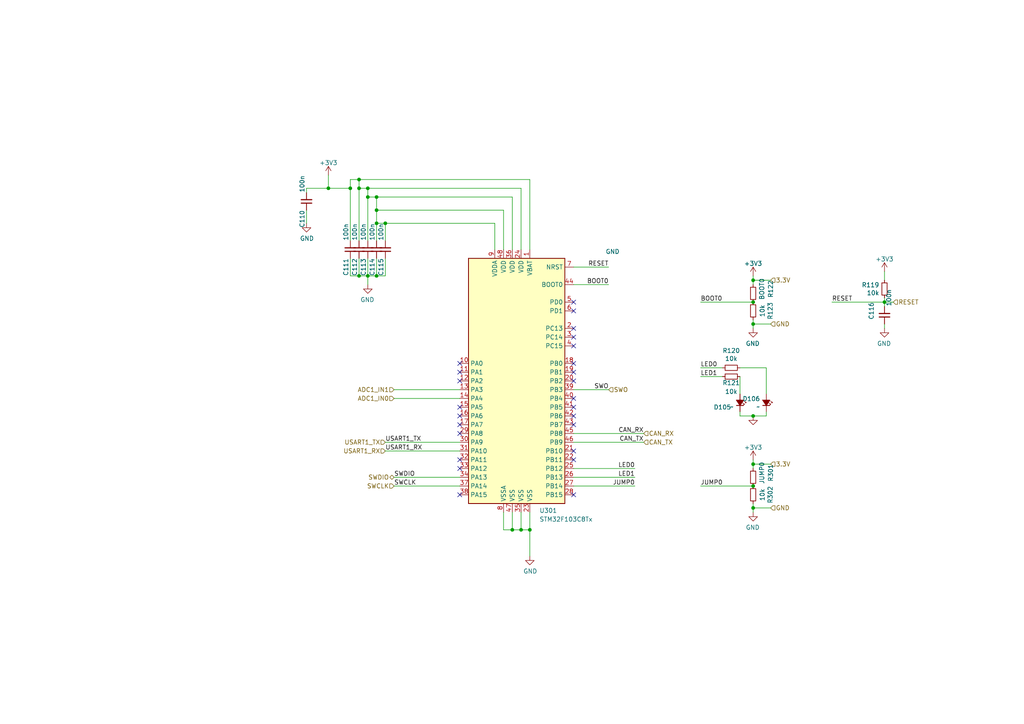
<source format=kicad_sch>
(kicad_sch (version 20231120) (generator "eeschema") (generator_version "8.0")
  (paper "A4")
  (lib_symbols
    (symbol "Controle-rescue:LED_Small_ALT-Device" (pin_numbers hide) (pin_names (offset 0.254) hide)
      (property "Reference" "D" (at -1.27 3.175 0))
      (property "Value" "LED_Small_ALT-Device" (at -4.445 -2.54 0))
      (symbol "LED_Small_ALT-Device_0_1"
        (polyline (pts (xy -0.762 -1.016) (xy -0.762 1.016)) (stroke (width 0.254)))
        (polyline (pts (xy 1.016 0) (xy -0.762 0)))
        (polyline (pts (xy 0.762 -1.016) (xy -0.762 0) (xy 0.762 1.016) (xy 0.762 -1.016)) (stroke (width 0.254)) (fill (type outline)))
        (polyline (pts (xy 0 0.762) (xy -0.508 1.27) (xy -0.254 1.27) (xy -0.508 1.27) (xy -0.508 1.016)))
        (polyline (pts (xy 0.508 1.27) (xy 0 1.778) (xy 0.254 1.778) (xy 0 1.778) (xy 0 1.524)))
      )
      (symbol "LED_Small_ALT-Device_1_1"
        (pin passive line (at -2.54 0 0) (length 1.778) (name "K") (number "1"))
        (pin passive line (at 2.54 0 180) (length 1.778) (name "A") (number "2"))
      )
    )
    (symbol "Device:C_Small" (pin_numbers hide) (pin_names (offset 0.254) hide)
      (property "Reference" "C" (at 0.254 1.778 0))
      (property "Value" "C_Small" (at 0.254 -2.032 0))
      (symbol "C_Small_0_1"
        (polyline (pts (xy -1.524 -0.508) (xy 1.524 -0.508)) (stroke (width 0.3302)))
        (polyline (pts (xy -1.524 0.508) (xy 1.524 0.508)) (stroke (width 0.3048)))
      )
      (symbol "C_Small_1_1"
        (pin passive line (at 0 2.54 270) (length 2.032) (name "~") (number "1"))
        (pin passive line (at 0 -2.54 90) (length 2.032) (name "~") (number "2"))
      )
    )
    (symbol "Device:R_Small" (pin_numbers hide) (pin_names (offset 0.254) hide)
      (property "Reference" "R" (at 0.762 0.508 0))
      (property "Value" "R_Small" (at 0.762 -1.016 0))
      (symbol "R_Small_0_1"
        (rectangle (start -0.762 1.778) (end 0.762 -1.778) (stroke (width 0.2032)))
      )
      (symbol "R_Small_1_1"
        (pin passive line (at 0 2.54 270) (length 0.762) (name "~") (number "1"))
        (pin passive line (at 0 -2.54 90) (length 0.762) (name "~") (number "2"))
      )
    )
    (symbol "MCU_ST_STM32F1:STM32F103C8Tx"
      (property "Reference" "U" (at -15.24 36.83 0))
      (property "Value" "STM32F103C8Tx" (at 7.62 36.83 0))
      (symbol "STM32F103C8Tx_0_1"
        (rectangle (start -15.24 -35.56) (end 12.7 35.56) (stroke (width 0.254)) (fill (type background)))
      )
      (symbol "STM32F103C8Tx_1_1"
        (pin power_in line (at -5.08 38.1 270) (length 2.54) (name "VBAT") (number "1"))
        (pin bidirectional line (at 15.24 5.08 180) (length 2.54) (name "PA0") (number "10"))
        (pin bidirectional line (at 15.24 2.54 180) (length 2.54) (name "PA1") (number "11"))
        (pin bidirectional line (at 15.24 0 180) (length 2.54) (name "PA2") (number "12"))
        (pin bidirectional line (at 15.24 -2.54 180) (length 2.54) (name "PA3") (number "13"))
        (pin bidirectional line (at 15.24 -5.08 180) (length 2.54) (name "PA4") (number "14"))
        (pin bidirectional line (at 15.24 -7.62 180) (length 2.54) (name "PA5") (number "15"))
        (pin bidirectional line (at 15.24 -10.16 180) (length 2.54) (name "PA6") (number "16"))
        (pin bidirectional line (at 15.24 -12.7 180) (length 2.54) (name "PA7") (number "17"))
        (pin bidirectional line (at -17.78 5.08 0) (length 2.54) (name "PB0") (number "18"))
        (pin bidirectional line (at -17.78 2.54 0) (length 2.54) (name "PB1") (number "19"))
        (pin bidirectional line (at -17.78 15.24 0) (length 2.54) (name "PC13") (number "2"))
        (pin bidirectional line (at -17.78 0 0) (length 2.54) (name "PB2") (number "20"))
        (pin bidirectional line (at -17.78 -20.32 0) (length 2.54) (name "PB10") (number "21"))
        (pin bidirectional line (at -17.78 -22.86 0) (length 2.54) (name "PB11") (number "22"))
        (pin power_in line (at -5.08 -38.1 90) (length 2.54) (name "VSS") (number "23"))
        (pin power_in line (at -2.54 38.1 270) (length 2.54) (name "VDD") (number "24"))
        (pin bidirectional line (at -17.78 -25.4 0) (length 2.54) (name "PB12") (number "25"))
        (pin bidirectional line (at -17.78 -27.94 0) (length 2.54) (name "PB13") (number "26"))
        (pin bidirectional line (at -17.78 -30.48 0) (length 2.54) (name "PB14") (number "27"))
        (pin bidirectional line (at -17.78 -33.02 0) (length 2.54) (name "PB15") (number "28"))
        (pin bidirectional line (at 15.24 -15.24 180) (length 2.54) (name "PA8") (number "29"))
        (pin bidirectional line (at -17.78 12.7 0) (length 2.54) (name "PC14") (number "3"))
        (pin bidirectional line (at 15.24 -17.78 180) (length 2.54) (name "PA9") (number "30"))
        (pin bidirectional line (at 15.24 -20.32 180) (length 2.54) (name "PA10") (number "31"))
        (pin bidirectional line (at 15.24 -22.86 180) (length 2.54) (name "PA11") (number "32"))
        (pin bidirectional line (at 15.24 -25.4 180) (length 2.54) (name "PA12") (number "33"))
        (pin bidirectional line (at 15.24 -27.94 180) (length 2.54) (name "PA13") (number "34"))
        (pin power_in line (at -2.54 -38.1 90) (length 2.54) (name "VSS") (number "35"))
        (pin power_in line (at 0 38.1 270) (length 2.54) (name "VDD") (number "36"))
        (pin bidirectional line (at 15.24 -30.48 180) (length 2.54) (name "PA14") (number "37"))
        (pin bidirectional line (at 15.24 -33.02 180) (length 2.54) (name "PA15") (number "38"))
        (pin bidirectional line (at -17.78 -2.54 0) (length 2.54) (name "PB3") (number "39"))
        (pin bidirectional line (at -17.78 10.16 0) (length 2.54) (name "PC15") (number "4"))
        (pin bidirectional line (at -17.78 -5.08 0) (length 2.54) (name "PB4") (number "40"))
        (pin bidirectional line (at -17.78 -7.62 0) (length 2.54) (name "PB5") (number "41"))
        (pin bidirectional line (at -17.78 -10.16 0) (length 2.54) (name "PB6") (number "42"))
        (pin bidirectional line (at -17.78 -12.7 0) (length 2.54) (name "PB7") (number "43"))
        (pin input line (at -17.78 27.94 0) (length 2.54) (name "BOOT0") (number "44"))
        (pin bidirectional line (at -17.78 -15.24 0) (length 2.54) (name "PB8") (number "45"))
        (pin bidirectional line (at -17.78 -17.78 0) (length 2.54) (name "PB9") (number "46"))
        (pin power_in line (at 0 -38.1 90) (length 2.54) (name "VSS") (number "47"))
        (pin power_in line (at 2.54 38.1 270) (length 2.54) (name "VDD") (number "48"))
        (pin input line (at -17.78 22.86 0) (length 2.54) (name "PD0") (number "5"))
        (pin input line (at -17.78 20.32 0) (length 2.54) (name "PD1") (number "6"))
        (pin input line (at -17.78 33.02 0) (length 2.54) (name "NRST") (number "7"))
        (pin power_in line (at 2.54 -38.1 90) (length 2.54) (name "VSSA") (number "8"))
        (pin power_in line (at 5.08 38.1 270) (length 2.54) (name "VDDA") (number "9"))
      )
    )
    (symbol "power:+3.3V" (power) (pin_names (offset 0))
      (property "Value" "+3.3V" (at 0 3.556 0))
      (symbol "+3.3V_0_1"
        (polyline (pts (xy -0.762 1.27) (xy 0 2.54)))
        (polyline (pts (xy 0 0) (xy 0 2.54)))
        (polyline (pts (xy 0 2.54) (xy 0.762 1.27)))
      )
      (symbol "+3.3V_1_1"
        (pin power_in line (at 0 0 90) (length 0) hide (name "+3V3") (number "1"))
      )
    )
    (symbol "power:GND" (power) (pin_names (offset 0))
      (property "Value" "GND" (at 0 -3.81 0))
      (symbol "GND_0_1"
        (polyline (pts (xy 0 0) (xy 0 -1.27) (xy 1.27 -1.27) (xy 0 -2.54) (xy -1.27 -1.27) (xy 0 -1.27)))
      )
      (symbol "GND_1_1"
        (pin power_in line (at 0 0 270) (length 0) hide (name "GND") (number "1"))
      )
    )
  )
  (junction (at 104.14 54.61))
  (junction (at 101.6 54.61))
  (junction (at 104.14 52.07))
  (junction (at 256.54 87.63))
  (junction (at 151.13 153.67))
  (junction (at 104.14 80.01))
  (junction (at 218.44 147.32))
  (junction (at 153.67 153.67))
  (junction (at 109.22 57.15))
  (junction (at 218.44 120.65))
  (junction (at 148.59 153.67))
  (junction (at 109.22 80.01))
  (junction (at 218.44 134.62))
  (junction (at 106.68 54.61))
  (junction (at 106.68 80.01))
  (junction (at 109.22 60.96))
  (junction (at 111.76 64.77))
  (junction (at 95.25 54.61))
  (junction (at 218.44 93.98))
  (junction (at 109.22 64.77))
  (junction (at 218.44 81.28))
  (junction (at 106.68 57.15))
  (junction (at 218.44 140.97))
  (junction (at 218.44 87.63))
  (no_connect (at 166.37 143.51))
  (no_connect (at 166.37 107.95))
  (no_connect (at 133.35 105.41))
  (no_connect (at 166.37 97.79))
  (no_connect (at 166.37 123.19))
  (no_connect (at 133.35 123.19))
  (no_connect (at 166.37 90.17))
  (no_connect (at 166.37 130.81))
  (no_connect (at 166.37 100.33))
  (no_connect (at 133.35 118.11))
  (no_connect (at 133.35 133.35))
  (no_connect (at 133.35 107.95))
  (no_connect (at 133.35 110.49))
  (no_connect (at 166.37 87.63))
  (no_connect (at 166.37 118.11))
  (no_connect (at 133.35 143.51))
  (no_connect (at 133.35 125.73))
  (no_connect (at 166.37 133.35))
  (no_connect (at 133.35 135.89))
  (no_connect (at 133.35 120.65))
  (no_connect (at 166.37 115.57))
  (no_connect (at 166.37 95.25))
  (no_connect (at 166.37 120.65))
  (no_connect (at 166.37 110.49))
  (no_connect (at 166.37 105.41))
  (wire (pts (xy 203.2 140.97) (xy 218.44 140.97)))
  (wire (pts (xy 104.14 80.01) (xy 106.68 80.01)))
  (wire (pts (xy 218.44 134.62) (xy 218.44 135.89)))
  (wire (pts (xy 104.14 74.93) (xy 104.14 80.01)))
  (wire (pts (xy 214.63 109.22) (xy 214.63 114.3)))
  (wire (pts (xy 111.76 64.77) (xy 143.51 64.77)))
  (wire (pts (xy 222.25 120.65) (xy 218.44 120.65)))
  (wire (pts (xy 109.22 64.77) (xy 111.76 64.77)))
  (wire (pts (xy 256.54 86.36) (xy 256.54 87.63)))
  (wire (pts (xy 166.37 138.43) (xy 184.15 138.43)))
  (wire (pts (xy 106.68 74.93) (xy 106.68 80.01)))
  (wire (pts (xy 218.44 80.01) (xy 218.44 81.28)))
  (wire (pts (xy 109.22 57.15) (xy 109.22 60.96)))
  (wire (pts (xy 176.53 113.03) (xy 166.37 113.03)))
  (wire (pts (xy 101.6 80.01) (xy 104.14 80.01)))
  (wire (pts (xy 256.54 87.63) (xy 256.54 88.9)))
  (wire (pts (xy 256.54 87.63) (xy 241.3 87.63)))
  (wire (pts (xy 222.25 114.3) (xy 222.25 106.68)))
  (wire (pts (xy 109.22 57.15) (xy 148.59 57.15)))
  (wire (pts (xy 106.68 57.15) (xy 106.68 69.85)))
  (wire (pts (xy 109.22 60.96) (xy 146.05 60.96)))
  (wire (pts (xy 146.05 60.96) (xy 146.05 72.39)))
  (wire (pts (xy 153.67 153.67) (xy 153.67 161.29)))
  (wire (pts (xy 153.67 148.59) (xy 153.67 153.67)))
  (wire (pts (xy 166.37 77.47) (xy 176.53 77.47)))
  (wire (pts (xy 95.25 54.61) (xy 101.6 54.61)))
  (wire (pts (xy 218.44 81.28) (xy 223.52 81.28)))
  (wire (pts (xy 104.14 54.61) (xy 106.68 54.61)))
  (wire (pts (xy 153.67 52.07) (xy 153.67 72.39)))
  (wire (pts (xy 101.6 74.93) (xy 101.6 80.01)))
  (wire (pts (xy 106.68 54.61) (xy 151.13 54.61)))
  (wire (pts (xy 146.05 153.67) (xy 148.59 153.67)))
  (wire (pts (xy 218.44 147.32) (xy 218.44 148.59)))
  (wire (pts (xy 106.68 82.55) (xy 106.68 80.01)))
  (wire (pts (xy 148.59 148.59) (xy 148.59 153.67)))
  (wire (pts (xy 101.6 54.61) (xy 101.6 69.85)))
  (wire (pts (xy 218.44 93.98) (xy 218.44 95.25)))
  (wire (pts (xy 203.2 109.22) (xy 209.55 109.22)))
  (wire (pts (xy 218.44 93.98) (xy 223.52 93.98)))
  (wire (pts (xy 214.63 120.65) (xy 214.63 119.38)))
  (wire (pts (xy 256.54 93.98) (xy 256.54 95.25)))
  (wire (pts (xy 109.22 60.96) (xy 109.22 64.77)))
  (wire (pts (xy 218.44 133.35) (xy 218.44 134.62)))
  (wire (pts (xy 109.22 74.93) (xy 109.22 80.01)))
  (wire (pts (xy 111.76 80.01) (xy 111.76 74.93)))
  (wire (pts (xy 106.68 57.15) (xy 109.22 57.15)))
  (wire (pts (xy 114.3 140.97) (xy 133.35 140.97)))
  (wire (pts (xy 146.05 148.59) (xy 146.05 153.67)))
  (wire (pts (xy 148.59 57.15) (xy 148.59 72.39)))
  (wire (pts (xy 101.6 52.07) (xy 104.14 52.07)))
  (wire (pts (xy 203.2 106.68) (xy 209.55 106.68)))
  (wire (pts (xy 148.59 153.67) (xy 151.13 153.67)))
  (wire (pts (xy 176.53 82.55) (xy 166.37 82.55)))
  (wire (pts (xy 101.6 54.61) (xy 101.6 52.07)))
  (wire (pts (xy 153.67 52.07) (xy 104.14 52.07)))
  (wire (pts (xy 259.08 87.63) (xy 256.54 87.63)))
  (wire (pts (xy 88.9 54.61) (xy 95.25 54.61)))
  (wire (pts (xy 114.3 138.43) (xy 133.35 138.43)))
  (wire (pts (xy 104.14 54.61) (xy 104.14 69.85)))
  (wire (pts (xy 256.54 78.74) (xy 256.54 81.28)))
  (wire (pts (xy 106.68 80.01) (xy 109.22 80.01)))
  (wire (pts (xy 218.44 92.71) (xy 218.44 93.98)))
  (wire (pts (xy 143.51 64.77) (xy 143.51 72.39)))
  (wire (pts (xy 104.14 52.07) (xy 104.14 54.61)))
  (wire (pts (xy 186.69 125.73) (xy 166.37 125.73)))
  (wire (pts (xy 203.2 87.63) (xy 218.44 87.63)))
  (wire (pts (xy 109.22 64.77) (xy 109.22 69.85)))
  (wire (pts (xy 109.22 80.01) (xy 111.76 80.01)))
  (wire (pts (xy 222.25 119.38) (xy 222.25 120.65)))
  (wire (pts (xy 151.13 54.61) (xy 151.13 72.39)))
  (wire (pts (xy 88.9 55.88) (xy 88.9 54.61)))
  (wire (pts (xy 88.9 64.77) (xy 88.9 60.96)))
  (wire (pts (xy 186.69 128.27) (xy 166.37 128.27)))
  (wire (pts (xy 111.76 69.85) (xy 111.76 64.77)))
  (wire (pts (xy 106.68 57.15) (xy 106.68 54.61)))
  (wire (pts (xy 111.76 130.81) (xy 133.35 130.81)))
  (wire (pts (xy 218.44 134.62) (xy 223.52 134.62)))
  (wire (pts (xy 114.3 113.03) (xy 133.35 113.03)))
  (wire (pts (xy 111.76 128.27) (xy 133.35 128.27)))
  (wire (pts (xy 218.44 147.32) (xy 223.52 147.32)))
  (wire (pts (xy 151.13 148.59) (xy 151.13 153.67)))
  (wire (pts (xy 95.25 50.8) (xy 95.25 54.61)))
  (wire (pts (xy 222.25 106.68) (xy 214.63 106.68)))
  (wire (pts (xy 218.44 81.28) (xy 218.44 82.55)))
  (wire (pts (xy 218.44 120.65) (xy 214.63 120.65)))
  (wire (pts (xy 166.37 140.97) (xy 184.15 140.97)))
  (wire (pts (xy 151.13 153.67) (xy 153.67 153.67)))
  (wire (pts (xy 114.3 115.57) (xy 133.35 115.57)))
  (wire (pts (xy 166.37 135.89) (xy 184.15 135.89)))
  (wire (pts (xy 218.44 146.05) (xy 218.44 147.32)))
  (label "CAN_RX" (at 186.69 125.73 180))
  (label "USART1_RX" (at 111.76 130.81 0))
  (label "USART1_TX" (at 111.76 128.27 0))
  (label "SWDIO" (at 114.3 138.43 0))
  (label "SWO" (at 176.53 113.03 180))
  (label "LED0" (at 184.15 135.89 180))
  (label "JUMP0" (at 184.15 140.97 180))
  (label "LED1" (at 184.15 138.43 180))
  (label "BOOT0" (at 203.2 87.63 0))
  (label "RESET" (at 176.53 77.47 180))
  (label "LED0" (at 203.2 106.68 0))
  (label "CAN_TX" (at 186.69 128.27 180))
  (label "LED1" (at 203.2 109.22 0))
  (label "JUMP0" (at 203.2 140.97 0))
  (label "RESET" (at 241.3 87.63 0))
  (label "BOOT0" (at 176.53 82.55 180))
  (label "SWCLK" (at 114.3 140.97 0))
  (hierarchical_label "SWO" (shape input) (at 176.53 113.03 0))
  (hierarchical_label "GND" (shape input) (at 223.52 147.32 0))
  (hierarchical_label "SWDIO" (shape bidirectional) (at 114.3 138.43 180))
  (hierarchical_label "3.3V" (shape input) (at 223.52 81.28 0))
  (hierarchical_label "USART1_RX" (shape input) (at 111.76 130.81 180))
  (hierarchical_label "3.3V" (shape input) (at 223.52 134.62 0))
  (hierarchical_label "USART1_TX" (shape input) (at 111.76 128.27 180))
  (hierarchical_label "GND" (shape input) (at 223.52 93.98 0))
  (hierarchical_label "SWCLK" (shape input) (at 114.3 140.97 180))
  (hierarchical_label "RESET" (shape input) (at 259.08 87.63 0))
  (hierarchical_label "ADC1_IN0" (shape input) (at 114.3 115.57 180))
  (hierarchical_label "CAN_TX" (shape input) (at 186.69 128.27 0))
  (hierarchical_label "ADC1_IN1" (shape input) (at 114.3 113.03 180))
  (hierarchical_label "CAN_RX" (shape input) (at 186.69 125.73 0))
  (symbol (lib_id "power:GND") (at 88.9 64.77 0) (unit 1)
    (property "Reference" "#PWR0126" (effects (hide yes)))
    (property "Value" "GND" (at 89.027 69.1642 0))
  )
  (symbol (lib_id "Device:C_Small") (at 111.76 72.39 0) (mirror x) (unit 1)
    (property "Reference" "C115" (at 110.49 77.47 90))
    (property "Value" "100n" (at 110.49 67.31 90))
    (property "Footprint" "Capacitor_SMD:C_0603_1608Metric_Pad1.08x0.95mm_HandSolder" (effects (hide yes)))
  )
  (symbol (lib_id "power:GND") (at 106.68 82.55 0) (mirror y) (unit 1)
    (property "Reference" "#PWR0128" (effects (hide yes)))
    (property "Value" "GND" (at 106.553 86.9442 0))
  )
  (symbol (lib_id "Controle-rescue:LED_Small_ALT-Device") (at 214.63 116.84 270) (mirror x) (unit 1)
    (property "Reference" "D105" (at 212.09 118.11 90) (effects (justify right)))
    (property "Value" "~" (at 212.852 117.983 90) (effects (justify right)))
    (property "Footprint" "LED_SMD:LED_0805_2012Metric_Pad1.15x1.40mm_HandSolder" (effects (hide yes)))
  )
  (symbol (lib_id "Device:R_Small") (at 212.09 109.22 90) (mirror x) (unit 1)
    (property "Reference" "R121" (at 212.09 111.76 90) (effects (justify bottom)))
    (property "Value" "10k" (at 212.09 114.3 90) (effects (justify bottom)))
    (property "Footprint" "Resistor_SMD:R_0603_1608Metric_Pad0.98x0.95mm_HandSolder" (effects (hide yes)))
  )
  (symbol (lib_id "Device:R_Small") (at 212.09 106.68 90) (mirror x) (unit 1)
    (property "Reference" "R120" (at 212.09 101.7016 90))
    (property "Value" "10k" (at 212.09 104.013 90))
    (property "Footprint" "Resistor_SMD:R_0603_1608Metric_Pad0.98x0.95mm_HandSolder" (effects (hide yes)))
  )
  (symbol (lib_id "Controle-rescue:LED_Small_ALT-Device") (at 222.25 116.84 270) (mirror x) (unit 1)
    (property "Reference" "D106" (at 220.472 115.6716 90) (effects (justify right)))
    (property "Value" "~" (at 220.472 117.983 90) (effects (justify right)))
    (property "Footprint" "LED_SMD:LED_0805_2012Metric_Pad1.15x1.40mm_HandSolder" (effects (hide yes)))
  )
  (symbol (lib_id "power:GND") (at 218.44 120.65 0) (mirror y) (unit 1)
    (property "Reference" "#PWR0132" (effects (hide yes)))
    (property "Value" "GND" (at 177.673 72.9742 0))
  )
  (symbol (lib_id "power:GND") (at 218.44 95.25 0) (mirror y) (unit 1)
    (property "Reference" "#PWR0134" (effects (hide yes)))
    (property "Value" "GND" (at 218.313 99.6442 0))
  )
  (symbol (lib_id "Device:R_Small") (at 256.54 83.82 0) (mirror x) (unit 1)
    (property "Reference" "R119" (at 255.0414 82.6516 0) (effects (justify right)))
    (property "Value" "10k" (at 255.0414 84.963 0) (effects (justify right)))
    (property "Footprint" "Resistor_SMD:R_0603_1608Metric_Pad0.98x0.95mm_HandSolder" (effects (hide yes)))
  )
  (symbol (lib_id "power:GND") (at 256.54 95.25 0) (mirror y) (unit 1)
    (property "Reference" "#PWR0130" (effects (hide yes)))
    (property "Value" "GND" (at 256.413 99.6442 0))
  )
  (symbol (lib_id "power:GND") (at 153.67 161.29 0) (unit 1)
    (property "Reference" "#PWR0131" (effects (hide yes)))
    (property "Value" "GND" (at 153.797 165.6842 0))
  )
  (symbol (lib_id "Device:R_Small") (at 218.44 90.17 0) (mirror y) (unit 1)
    (property "Reference" "R123" (at 223.4184 90.17 90))
    (property "Value" "10k" (at 221.107 90.17 90))
    (property "Footprint" "Resistor_SMD:R_0603_1608Metric_Pad0.98x0.95mm_HandSolder" (effects (hide yes)))
  )
  (symbol (lib_id "Device:R_Small") (at 218.44 85.09 0) (mirror y) (unit 1)
    (property "Reference" "R122" (at 223.52 83.82 90))
    (property "Value" "BOOT0" (at 220.98 83.82 90))
    (property "Footprint" "Jumper:SolderJumper-2_P1.3mm_Open_RoundedPad1.0x1.5mm" (effects (hide yes)))
  )
  (symbol (lib_id "Device:C_Small") (at 101.6 72.39 0) (mirror x) (unit 1)
    (property "Reference" "C111" (at 100.33 77.47 90))
    (property "Value" "100n" (at 100.33 67.31 90))
    (property "Footprint" "Capacitor_SMD:C_0603_1608Metric_Pad1.08x0.95mm_HandSolder" (effects (hide yes)))
  )
  (symbol (lib_id "Device:C_Small") (at 109.22 72.39 0) (mirror x) (unit 1)
    (property "Reference" "C114" (at 107.95 77.47 90))
    (property "Value" "100n" (at 107.95 67.31 90))
    (property "Footprint" "Capacitor_SMD:C_0603_1608Metric_Pad1.08x0.95mm_HandSolder" (effects (hide yes)))
  )
  (symbol (lib_id "power:+3.3V") (at 218.44 80.01 0) (unit 1)
    (property "Reference" "#PWR0133" (effects (hide yes)))
    (property "Value" "+3V3" (at 218.44 76.4342 0))
  )
  (symbol (lib_id "Device:C_Small") (at 106.68 72.39 0) (mirror x) (unit 1)
    (property "Reference" "C113" (at 105.41 77.47 90))
    (property "Value" "100n" (at 105.41 67.31 90))
    (property "Footprint" "Capacitor_SMD:C_0603_1608Metric_Pad1.08x0.95mm_HandSolder" (effects (hide yes)))
  )
  (symbol (lib_id "Device:C_Small") (at 104.14 72.39 0) (mirror x) (unit 1)
    (property "Reference" "C112" (at 102.87 77.47 90))
    (property "Value" "100n" (at 102.87 67.31 90))
    (property "Footprint" "Capacitor_SMD:C_0603_1608Metric_Pad1.08x0.95mm_HandSolder" (effects (hide yes)))
  )
  (symbol (lib_id "power:GND") (at 218.44 148.59 0) (mirror y) (unit 1)
    (property "Reference" "#PWR0302" (effects (hide yes)))
    (property "Value" "GND" (at 218.313 152.9842 0))
  )
  (symbol (lib_id "Device:C_Small") (at 256.54 91.44 180) (unit 1)
    (property "Reference" "C116" (at 252.73 90.17 90))
    (property "Value" "100n" (at 257.81 86.36 90))
    (property "Footprint" "Capacitor_SMD:C_0603_1608Metric_Pad1.08x0.95mm_HandSolder" (effects (hide yes)))
  )
  (symbol (lib_id "Device:C_Small") (at 88.9 58.42 0) (mirror x) (unit 1)
    (property "Reference" "C110" (at 87.63 63.5 90))
    (property "Value" "100n" (at 87.63 53.34 90))
    (property "Footprint" "Capacitor_SMD:C_0603_1608Metric_Pad1.08x0.95mm_HandSolder" (effects (hide yes)))
  )
  (symbol (lib_id "power:+3.3V") (at 95.25 50.8 0) (unit 1)
    (property "Reference" "#PWR0127" (effects (hide yes)))
    (property "Value" "+3V3" (at 95.25 47.2242 0))
  )
  (symbol (lib_id "power:+3.3V") (at 256.54 78.74 0) (unit 1)
    (property "Reference" "#PWR0303" (effects (hide yes)))
    (property "Value" "+3V3" (at 256.54 75.1642 0))
  )
  (symbol (lib_id "MCU_ST_STM32F1:STM32F103C8Tx") (at 148.59 110.49 0) (mirror y) (unit 1)
    (property "Reference" "U301" (at 156.4387 148.0804 0) (effects (justify right)))
    (property "Value" "STM32F103C8Tx" (at 156.4387 150.6173 0) (effects (justify right)))
    (property "Footprint" "Package_QFP:LQFP-48_7x7mm_P0.5mm" (effects (hide yes)))
    (property "Datasheet" "http://www.st.com/st-web-ui/static/active/en/resource/technical/document/datasheet/CD00161566.pdf" (effects (hide yes)))
  )
  (symbol (lib_id "power:+3.3V") (at 218.44 133.35 0) (unit 1)
    (property "Reference" "#PWR0301" (effects (hide yes)))
    (property "Value" "+3V3" (at 218.44 129.7742 0))
  )
  (symbol (lib_id "Device:R_Small") (at 218.44 143.51 0) (mirror y) (unit 1)
    (property "Reference" "R302" (at 223.4184 143.51 90))
    (property "Value" "10k" (at 221.107 143.51 90))
    (property "Footprint" "Resistor_SMD:R_0603_1608Metric_Pad0.98x0.95mm_HandSolder" (effects (hide yes)))
  )
  (symbol (lib_id "Device:R_Small") (at 218.44 138.43 0) (mirror y) (unit 1)
    (property "Reference" "R301" (at 223.52 137.16 90))
    (property "Value" "JUMP0" (at 220.98 137.16 90))
    (property "Footprint" "Jumper:SolderJumper-2_P1.3mm_Open_RoundedPad1.0x1.5mm" (effects (hide yes)))
  )
)
</source>
